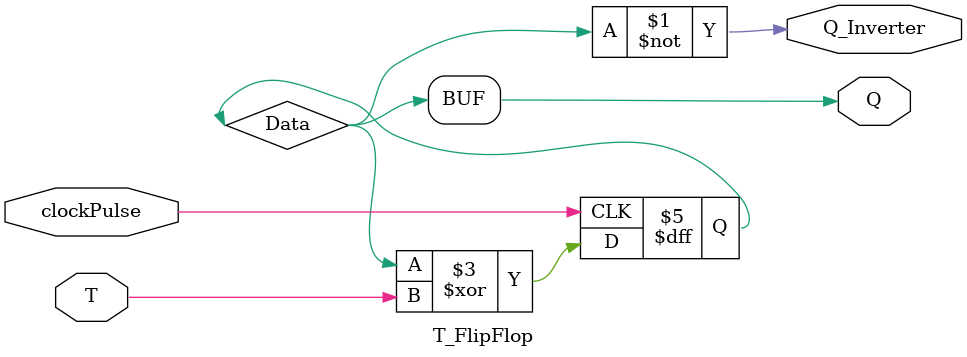
<source format=v>
`timescale 1ns / 1ps

module T_FlipFlop(T,clockPulse,Q,Q_Inverter);

	input T;
	input clockPulse;
	
	output Q;
	output Q_Inverter;
	
	reg Data;
	initial begin
		Data = 1'b0;
	end

	assign Q = Data;
	assign Q_Inverter = ~Data;
	
	always @(posedge clockPulse)
		Data <= Data ^ T;
	

endmodule

</source>
